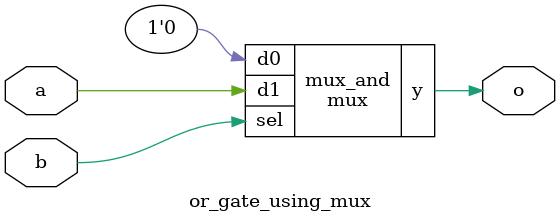
<source format=sv>

module mux
(
  input  d0, d1,
  input  sel,
  output y
);

  assign y = sel ? d1 : d0;

endmodule

//----------------------------------------------------------------------------
// Task
//----------------------------------------------------------------------------

module or_gate_using_mux
(
    input  a,
    input  b,
    output o
);

  // Task:

  // Implement or gate using instance(s) of mux,
  // constants 0 and 1, and wire connections

  mux mux_and(.d0(1'b0), .d1(a), .sel(b), .y(o));

endmodule

</source>
